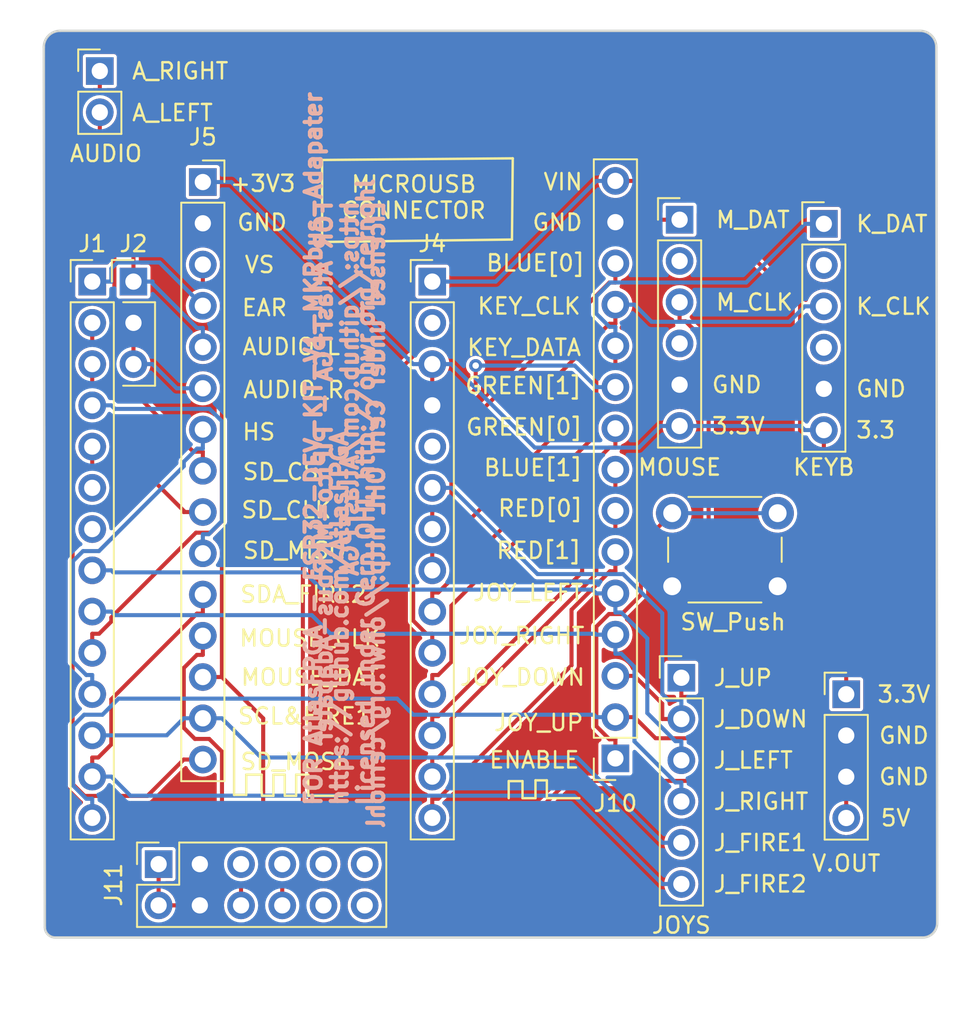
<source format=kicad_pcb>
(kicad_pcb (version 20211014) (generator pcbnew)
  (title_block (title "Atlas ESP32 DEV KIT V1 Adapter V0001") (date "2023-06-03") (rev "0001") (company "The Experiment Group") (comment 1 "LICENSE OHL CERN V2 S") (comment 2 "https://ohwr.org/cern_ohl_s_v2.txt"))
  (layers (0 "F.Cu" signal) (31 "B.Cu" signal) (34 "B.Paste" user) (35 "F.Paste" user) (36 "B.SilkS" user "B.Silkscreen") (37 "F.SilkS" user "F.Silkscreen") (38 "B.Mask" user) (39 "F.Mask" user) (44 "Edge.Cuts" user))
  (net 0 "")
  (net 1 "EAR")
  (net 2 "R12_SD_CS")
  (net 3 "T13_SD_CLK")
  (net 4 "R13_SD_MISO")
  (net 5 "T14_SD_MOSI")
  (net 6 "P14_SD_DATA1")
  (net 7 "R14_SD_DATA2")
  (net 8 "T15_JOY_LEFT")
  (net 9 "N16_JOY_RIGHT")
  (net 10 "TMDSC_P")
  (net 11 "TMDSC_N")
  (net 12 "K15_JOY_FIRE1")
  (net 13 "K16_JOY_FIRE2")
  (net 14 "J14_JOY_UP")
  (net 15 "T12_LEFT")
  (net 16 "GND")
  (net 17 "R11_RIGHT")
  (net 18 "+5V")
  (net 19 "VIN")
  (net 20 "+3.3V")
  (net 21 "RESET")
  (net 22 "R1_JOY_DOWN")
  (net 23 "TMDS_0_N")
  (net 24 "L2_KCLK")
  (net 25 "K2_KDAT")
  (net 26 "TMDS_1_P")
  (net 27 "TMDS_1_N")
  (net 28 "TMDS_0_P")
  (net 29 "TMDS_2_N")
  (net 30 "TMDS_2_P")
  (net 31 "MOUSE_DAT")
  (net 33 "MOUSE_CLK")
  (net 37 "Net-(J10-Pad1)")
  (footprint "Connector_PinHeader_2.54mm:PinHeader_1x06_P2.54mm_Vertical" (layer "F.Cu") (at 179.07 87.884)
    (fp_text reference "J8")
    (fp_text value "Conn_01x06" hide)
  )
  (footprint "Connector_PinHeader_2.54mm:PinHeader_1x14_P2.54mm_Vertical" (layer "F.Cu") (at 133.985 91.44)
    (fp_text reference "J1")
    (fp_text value "Conn_01x14" hide)
  )
  (footprint "Connector_PinHeader_2.54mm:PinHeader_1x14_P2.54mm_Vertical" (layer "F.Cu") (at 154.94 91.44)
    (fp_text reference "J4")
    (fp_text value "Conn_01x14")
  )
  (footprint "Connector_PinHeader_2.54mm:PinHeader_1x06_P2.54mm_Vertical" (layer "F.Cu") (at 170.29 115.834)
    (fp_text reference "J9")
    (fp_text value "Conn_01x06" hide)
  )
  (footprint "Connector_PinSocket_2.54mm:PinSocket_1x15_P2.54mm_Vertical" (layer "F.Cu") (at 166.225 120.8 180)
    (fp_text reference "J10")
    (fp_text value "ESP32-a")
  )
  (footprint "Connector_PinHeader_2.54mm:PinHeader_1x03_P2.54mm_Vertical" (layer "F.Cu") (at 136.525 91.44)
    (fp_text reference "J2")
    (fp_text value "Conn_01x03" hide)
  )
  (footprint "Connector_PinSocket_2.54mm:PinSocket_1x15_P2.54mm_Vertical" (layer "F.Cu") (at 140.8 85.31)
    (fp_text reference "J5")
    (fp_text value "ESP32-b")
  )
  (footprint "Button_Switch_THT:SW_PUSH_6mm" (layer "F.Cu") (at 169.724 105.7)
    (fp_text reference "SW1")
    (fp_text value "SW_Push")
  )
  (footprint "Connector_PinHeader_2.54mm:PinHeader_1x02_P2.54mm_Vertical" (layer "F.Cu") (at 134.45 78.475)
    (fp_text reference "J3")
    (fp_text value "Conn_01x02" hide)
  )
  (footprint "Connector_PinHeader_2.54mm:PinHeader_1x04_P2.54mm_Vertical" (layer "F.Cu") (at 180.45 116.85)
    (fp_text reference "J7")
    (fp_text value "Conn_01x04" hide)
  )
  (footprint "Connector_PinSocket_2.54mm:PinSocket_2x06_P2.54mm_Vertical" (layer "F.Cu") (at 138.075 127.31 90)
    (fp_text reference "J11")
    (fp_text value "Conn_02x06_Odd_Even")
  )
  (footprint "Connector_PinHeader_2.54mm:PinHeader_1x06_P2.54mm_Vertical" (layer "F.Cu") (at 170.18 87.63)
    (fp_text reference "J6")
    (fp_text value "Conn_01x06" hide)
  )
  (gr_line (start 143.475 121.8) (end 144.425 121.8) (layer "F.SilkS") (width 0.15))
  (gr_line (start 162 122.15) (end 162 123.25) (layer "F.SilkS") (width 0.15))
  (gr_line (start 160.5 122.2) (end 160.5 123.25) (layer "F.SilkS") (width 0.15))
  (gr_line (start 161.3 123.25) (end 161.3 122.15) (layer "F.SilkS") (width 0.15))
  (gr_line (start 145.85 121.8) (end 145.85 123.1) (layer "F.SilkS") (width 0.15))
  (gr_line (start 147.3 123.1) (end 149.4 123.1) (layer "F.SilkS") (width 0.15))
  (gr_line (start 161.3 122.15) (end 162 122.15) (layer "F.SilkS") (width 0.15))
  (gr_line (start 160.5 123.25) (end 161.3 123.25) (layer "F.SilkS") (width 0.15))
  (gr_line (start 146.55 121.8) (end 147.3 121.8) (layer "F.SilkS") (width 0.15))
  (gr_line (start 142.725 118.95) (end 142.725 123.05) (layer "F.SilkS") (width 0.15))
  (gr_line (start 145.85 123.1) (end 146.55 123.1) (layer "F.SilkS") (width 0.15))
  (gr_line (start 146.55 123.1) (end 146.55 121.8) (layer "F.SilkS") (width 0.15))
  (gr_line (start 144.425 121.8) (end 144.425 122.85) (layer "F.SilkS") (width 0.15))
  (gr_line (start 144.425 122.85) (end 144.45 123.1) (layer "F.SilkS") (width 0.15))
  (gr_line (start 142.725 123.05) (end 143.475 123.05) (layer "F.SilkS") (width 0.15))
  (gr_line (start 147.3 121.8) (end 147.3 123.1) (layer "F.SilkS") (width 0.15))
  (gr_line (start 144.45 123.1) (end 145.15 123.1) (layer "F.SilkS") (width 0.15))
  (gr_line (start 145.15 123.1) (end 145.15 121.8) (layer "F.SilkS") (width 0.15))
  (gr_line (start 159.9 83.85) (end 148.15 83.95) (layer "F.SilkS") (width 0.15))
  (gr_line (start 145.15 121.8) (end 145.85 121.8) (layer "F.SilkS") (width 0.15))
  (gr_line (start 159.65 122.2) (end 160.5 122.2) (layer "F.SilkS") (width 0.15))
  (gr_line (start 143.475 123.05) (end 143.475 121.8) (layer "F.SilkS") (width 0.15))
  (gr_line (start 159.65 123.25) (end 159.65 122.2) (layer "F.SilkS") (width 0.15))
  (gr_line (start 148.15 89) (end 159.85 88.85) (layer "F.SilkS") (width 0.15))
  (gr_line (start 162 123.25) (end 164 123.25) (layer "F.SilkS") (width 0.15))
  (gr_line (start 159.85 88.85) (end 159.9 83.85) (layer "F.SilkS") (width 0.15))
  (gr_line (start 148.15 83.95) (end 148.15 89) (layer "F.SilkS") (width 0.15))
  (gr_line (start 185.1025 131.826) (end 131.699 131.826) (layer "Edge.Cuts") (width 0.15))
  (gr_line (start 132 76) (end 185 76) (layer "Edge.Cuts") (width 0.15))
  (gr_arc (start 185 76) (mid 185.707106 76.292894) (end 186 77) (layer "Edge.Cuts") (width 0.15))
  (gr_arc (start 186.055 130.937) (mid 185.771909 131.588456) (end 185.1025 131.826) (layer "Edge.Cuts") (width 0.15))
  (gr_arc (start 131.699 131.826) (mid 131.249987 131.640013) (end 131.064 131.191) (layer "Edge.Cuts") (width 0.15))
  (gr_arc (start 131 77) (mid 131.292894 76.292894) (end 132 76) (layer "Edge.Cuts") (width 0.15))
  (gr_line (start 131 77) (end 131.064 131.191) (layer "Edge.Cuts") (width 0.15))
  (gr_line (start 186 77) (end 186.055 130.937) (layer "Edge.Cuts") (width 0.15))
  (gr_text "FOR AtlasFPGA - PiPico-MKRbus-Adapater\nhttps://github.com/AtlasFPGA\nLicensed under Cern OHL http://ohwr.org/cernohl" (at 149.86 86.36 90) (layer "B.SilkS") (effects (font (size 1 1) (thickness 0.25)) (justify left mirror)))
  (gr_text "FOR AtlasFPGA - ESP32-DEV-KIT-V1-MKRbus-Adapater\nhttps://github.com/AtlasFPGA\nLicensed under Cern OHL http://ohwr.org/cernohl" (at 149.225 123.825 90) (layer "B.SilkS") (effects (font (size 1 1) (thickness 0.25)) (justify left)))
  (gr_text "AUDIO_R" (at 146.4 98.1) (layer "F.SilkS") (effects (font (size 1 1))))
  (gr_text "MOUSE_CLK\n" (at 147.4 113.4) (layer "F.SilkS") (effects (font (size 1 1))))
  (gr_text "EAR\n" (at 144.6 93.05) (layer "F.SilkS") (effects (font (size 1 1))))
  (gr_text "JOYS" (at 170.29 131.074) (layer "F.SilkS") (effects (font (size 1 1))))
  (gr_text "KEY_DATA\n" (at 160.6 95.5) (layer "F.SilkS") (effects (font (size 1 1))))
  (gr_text "RED[0]" (at 161.6 105.4) (layer "F.SilkS") (effects (font (size 1 1))))
  (gr_text "KEYB" (at 179.07 102.87) (layer "F.SilkS") (effects (font (size 1 1))))
  (gr_text "BLUE[1]" (at 161.15 102.9) (layer "F.SilkS") (effects (font (size 1 1))))
  (gr_text "SCL&FIRE1\n\n" (at 147.075 119) (layer "F.SilkS") (effects (font (size 1 1))))
  (gr_text "JOY_UP" (at 161.5 118.6) (layer "F.SilkS") (effects (font (size 1 1))))
  (gr_text "JOY_DOWN" (at 160.5 115.8) (layer "F.SilkS") (effects (font (size 1 1))))
  (gr_text "SD_MISO\n" (at 146.45 108) (layer "F.SilkS") (effects (font (size 1 1))))
  (gr_text "AUDIO_L\n" (at 146.25 95.45) (layer "F.SilkS") (effects (font (size 1 1))))
  (gr_text "AUDIO" (at 134.831 83.56) (layer "F.SilkS") (effects (font (size 1 1))))
  (gr_text "ENABLE" (at 161.225 120.9) (layer "F.SilkS") (effects (font (size 1 1))))
  (gr_text "SDA_FIRE2" (at 147 110.7) (layer "F.SilkS") (effects (font (size 1 1))))
  (gr_text "KEY_CLK\n" (at 160.9 92.95) (layer "F.SilkS") (effects (font (size 1 1))))
  (gr_text "V.OUT" (at 180.45 127.264) (layer "F.SilkS") (effects (font (size 1 1))))
  (gr_text "MICROUSB\nCONNECTOR\n" (at 153.8 86.25) (layer "F.SilkS") (effects (font (size 1 1))))
  (gr_text "+3V3" (at 144.5 85.4) (layer "F.SilkS") (effects (font (size 1 1))))
  (gr_text "SD_CS" (at 145.6 103.15) (layer "F.SilkS") (effects (font (size 1 1))))
  (gr_text "MOUSE_DAT" (at 147.4 115.8) (layer "F.SilkS") (effects (font (size 1 1))))
  (gr_text "GREEN[0]" (at 160.6 100.4) (layer "F.SilkS") (effects (font (size 1 1))))
  (gr_text "JOY_LEFT" (at 160.85 110.6) (layer "F.SilkS") (effects (font (size 1 1))))
  (gr_text "BLUE[0]" (at 161.3 90.3) (layer "F.SilkS") (effects (font (size 1 1))))
  (gr_text "JOY_RIGHT" (at 160.45 113.25) (layer "F.SilkS") (effects (font (size 1 1))))
  (gr_text "GND\n" (at 162.65 87.8) (layer "F.SilkS") (effects (font (size 1 1))))
  (gr_text "VS" (at 144.3 90.4) (layer "F.SilkS") (effects (font (size 1 1))))
  (gr_text "MOUSE" (at 170.18 102.87) (layer "F.SilkS") (effects (font (size 1 1))))
  (gr_text "RED[1]" (at 161.5 108) (layer "F.SilkS") (effects (font (size 1 1))))
  (gr_text "VIN" (at 163 85.3) (layer "F.SilkS") (effects (font (size 1 1))))
  (gr_text "GND\n" (at 144.45 87.8) (layer "F.SilkS") (effects (font (size 1 1))))
  (gr_text "SD_MOSI\n" (at 146.3 121) (layer "F.SilkS") (effects (font (size 1 1))))
  (gr_text "SD_CLK\n" (at 145.95 105.5) (layer "F.SilkS") (effects (font (size 1 1))))
  (gr_text "GREEN[1]" (at 160.55 97.85) (layer "F.SilkS") (effects (font (size 1 1))))
  (gr_text "HS\n" (at 144.25 100.7) (layer "F.SilkS") (effects (font (size 1 1))))
  (segment (start 135.1603 91.44) (end 135.1603 90.632) (width 0.25) (layer "B.Cu") (net 1))
  (segment (start 135.5277 90.2646) (end 138.1346 90.2646) (width 0.25) (layer "B.Cu") (net 1))
  (segment (start 138.1346 90.2646) (end 140.8 92.93) (width 0.25) (layer "B.Cu") (net 1))
  (segment (start 135.1603 90.632) (end 135.5277 90.2646) (width 0.25) (layer "B.Cu") (net 1))
  (segment (start 133.985 91.44) (end 135.1603 91.44) (width 0.25) (layer "B.Cu") (net 1))
  (segment (start 135.1603 95.9632) (end 135.1603 96.8627) (width 0.25) (layer "F.Cu") (net 2))
  (segment (start 133.985 93.98) (end 133.985 95.1553) (width 0.25) (layer "F.Cu") (net 2))
  (segment (start 134.3524 95.1553) (end 135.1603 95.9632) (width 0.25) (layer "F.Cu") (net 2))
  (segment (start 140.2123 101.9147) (end 140.8 101.9147) (width 0.25) (layer "F.Cu") (net 2))
  (segment (start 135.1603 96.8627) (end 140.2123 101.9147) (width 0.25) (layer "F.Cu") (net 2))
  (segment (start 140.8 103.09) (end 140.8 101.9147) (width 0.25) (layer "F.Cu") (net 2))
  (segment (start 133.985 95.1553) (end 134.3524 95.1553) (width 0.25) (layer "F.Cu") (net 2))
  (segment (start 132.7975 99.5362) (end 133.5913 100.33) (width 0.25) (layer "F.Cu") (net 3))
  (segment (start 133.985 97.6953) (end 133.6177 97.6953) (width 0.25) (layer "F.Cu") (net 3))
  (segment (start 133.985 96.52) (end 133.985 97.6953) (width 0.25) (layer "F.Cu") (net 3))
  (segment (start 140.8 105.63) (end 139.6247 105.63) (width 0.25) (layer "F.Cu") (net 3))
  (segment (start 134.3982 100.33) (end 139.6247 105.5565) (width 0.25) (layer "F.Cu") (net 3))
  (segment (start 133.5913 100.33) (end 134.3982 100.33) (width 0.25) (layer "F.Cu") (net 3))
  (segment (start 139.6247 105.5565) (end 139.6247 105.63) (width 0.25) (layer "F.Cu") (net 3))
  (segment (start 132.7975 98.5155) (end 132.7975 99.5362) (width 0.25) (layer "F.Cu") (net 3))
  (segment (start 133.6177 97.6953) (end 132.7975 98.5155) (width 0.25) (layer "F.Cu") (net 3))
  (segment (start 141.9753 106.1868) (end 141.1674 106.9947) (width 0.25) (layer "B.Cu") (net 4))
  (segment (start 133.985 99.06) (end 135.1603 99.06) (width 0.25) (layer "B.Cu") (net 4))
  (segment (start 140.8 108.17) (end 140.8 106.9947) (width 0.25) (layer "B.Cu") (net 4))
  (segment (start 135.3803 99.28) (end 141.2186 99.28) (width 0.25) (layer "B.Cu") (net 4))
  (segment (start 141.2186 99.28) (end 141.9753 100.0367) (width 0.25) (layer "B.Cu") (net 4))
  (segment (start 135.1603 99.06) (end 135.3803 99.28) (width 0.25) (layer "B.Cu") (net 4))
  (segment (start 141.9753 100.0367) (end 141.9753 106.1868) (width 0.25) (layer "B.Cu") (net 4))
  (segment (start 141.1674 106.9947) (end 140.8 106.9947) (width 0.25) (layer "B.Cu") (net 4))
  (segment (start 133.6177 102.7753) (end 132.7751 103.6179) (width 0.25) (layer "F.Cu") (net 5))
  (segment (start 132.7751 103.6179) (end 132.7751 122.3737) (width 0.25) (layer "F.Cu") (net 5))
  (segment (start 133.985 101.6) (end 133.985 102.7753) (width 0.25) (layer "F.Cu") (net 5))
  (segment (start 132.7751 122.3737) (end 133.5127 123.1113) (width 0.25) (layer "F.Cu") (net 5))
  (segment (start 133.985 102.7753) (end 133.6177 102.7753) (width 0.25) (layer "F.Cu") (net 5))
  (segment (start 137.3834 123.1113) (end 139.6247 120.87) (width 0.25) (layer "F.Cu") (net 5))
  (segment (start 133.5127 123.1113) (end 137.3834 123.1113) (width 0.25) (layer "F.Cu") (net 5))
  (segment (start 140.8 120.87) (end 139.6247 120.87) (width 0.25) (layer "F.Cu") (net 5))
  (segment (start 164.8148 110.4051) (end 148.1396 110.4051) (width 0.25) (layer "B.Cu") (net 8))
  (segment (start 170.29 119.7387) (end 169.9227 119.7387) (width 0.25) (layer "B.Cu") (net 8))
  (segment (start 169.9227 119.7387) (end 168.1917 118.0077) (width 0.25) (layer "B.Cu") (net 8))
  (segment (start 168.1917 118.0077) (end 168.1917 113.4147) (width 0.25) (layer "B.Cu") (net 8))
  (segment (start 168.1917 113.4147) (end 166.5923 111.8153) (width 0.25) (layer "B.Cu") (net 8))
  (segment (start 170.29 120.914) (end 170.29 119.7387) (width 0.25) (layer "B.Cu") (net 8))
  (segment (start 147.0799 109.3454) (end 135.2857 109.3454) (width 0.25) (layer "B.Cu") (net 8))
  (segment (start 166.225 110.64) (end 165.0497 110.64) (width 0.25) (layer "B.Cu") (net 8))
  (segment (start 166.225 110.64) (end 166.225 111.8153) (width 0.25) (layer "B.Cu") (net 8))
  (segment (start 148.1396 110.4051) (end 147.0799 109.3454) (width 0.25) (layer "B.Cu") (net 8))
  (segment (start 165.0497 110.64) (end 164.8148 110.4051) (width 0.25) (layer "B.Cu") (net 8))
  (segment (start 133.985 109.22) (end 135.1603 109.22) (width 0.25) (layer "B.Cu") (net 8))
  (segment (start 166.5923 111.8153) (end 166.225 111.8153) (width 0.25) (layer "B.Cu") (net 8))
  (segment (start 135.2857 109.3454) (end 135.1603 109.22) (width 0.25) (layer "B.Cu") (net 8))
  (segment (start 167.4003 115.1632) (end 166.5924 114.3553) (width 0.25) (layer "B.Cu") (net 9))
  (segment (start 165.0497 113.18) (end 164.9943 113.1246) (width 0.25) (layer "B.Cu") (net 9))
  (segment (start 147.5155 111.98) (end 135.3803 111.98) (width 0.25) (layer "B.Cu") (net 9))
  (segment (start 135.3803 111.98) (end 135.1603 111.76) (width 0.25) (layer "B.Cu") (net 9))
  (segment (start 148.6601 113.1246) (end 147.5155 111.98) (width 0.25) (layer "B.Cu") (net 9))
  (segment (start 169.9227 122.2787) (end 167.4003 119.7563) (width 0.25) (layer "B.Cu") (net 9))
  (segment (start 167.4003 119.7563) (end 167.4003 115.1632) (width 0.25) (layer "B.Cu") (net 9))
  (segment (start 164.9943 113.1246) (end 148.6601 113.1246) (width 0.25) (layer "B.Cu") (net 9))
  (segment (start 170.29 123.454) (end 170.29 122.2787) (width 0.25) (layer "B.Cu") (net 9))
  (segment (start 166.225 113.18) (end 166.225 114.3553) (width 0.25) (layer "B.Cu") (net 9))
  (segment (start 170.29 122.2787) (end 169.9227 122.2787) (width 0.25) (layer "B.Cu") (net 9))
  (segment (start 133.985 111.76) (end 135.1603 111.76) (width 0.25) (layer "B.Cu") (net 9))
  (segment (start 166.5924 114.3553) (end 166.225 114.3553) (width 0.25) (layer "B.Cu") (net 9))
  (segment (start 166.225 113.18) (end 165.0497 113.18) (width 0.25) (layer "B.Cu") (net 9))
  (segment (start 134.4044 113.1247) (end 135.1603 112.3688) (width 0.25) (layer "F.Cu") (net 10))
  (segment (start 140.377 106.9) (end 141.2761 106.9) (width 0.25) (layer "F.Cu") (net 10))
  (segment (start 140.8 90.39) (end 140.8 91.5653) (width 0.25) (layer "F.Cu") (net 10))
  (segment (start 135.1603 112.1167) (end 140.377 106.9) (width 0.25) (layer "F.Cu") (net 10))
  (segment (start 141.1674 91.5653) (end 140.8 91.5653) (width 0.25) (layer "F.Cu") (net 10))
  (segment (start 141.2761 106.9) (end 141.9753 106.2008) (width 0.25) (layer "F.Cu") (net 10))
  (segment (start 135.1603 112.3688) (end 135.1603 112.1167) (width 0.25) (layer "F.Cu") (net 10))
  (segment (start 141.9753 106.2008) (end 141.9753 92.3732) (width 0.25) (layer "F.Cu") (net 10))
  (segment (start 141.9753 92.3732) (end 141.1674 91.5653) (width 0.25) (layer "F.Cu") (net 10))
  (segment (start 133.985 114.3) (end 133.985 113.1247) (width 0.25) (layer "F.Cu") (net 10))
  (segment (start 133.985 113.1247) (end 134.4044 113.1247) (width 0.25) (layer "F.Cu") (net 10))
  (segment (start 132.7975 114.8445) (end 132.7975 108.6542) (width 0.25) (layer "B.Cu") (net 11))
  (segment (start 132.7975 108.6542) (end 133.4175 108.0342) (width 0.25) (layer "B.Cu") (net 11))
  (segment (start 134.3979 108.0342) (end 139.6247 102.8074) (width 0.25) (layer "B.Cu") (net 11))
  (segment (start 140.4362 101.7253) (end 140.8 101.7253) (width 0.25) (layer "B.Cu") (net 11))
  (segment (start 140.8 100.55) (end 140.8 101.7253) (width 0.25) (layer "B.Cu") (net 11))
  (segment (start 139.6247 102.8074) (end 139.6247 102.5368) (width 0.25) (layer "B.Cu") (net 11))
  (segment (start 133.6177 115.6647) (end 132.7975 114.8445) (width 0.25) (layer "B.Cu") (net 11))
  (segment (start 133.985 116.84) (end 133.985 115.6647) (width 0.25) (layer "B.Cu") (net 11))
  (segment (start 133.4175 108.0342) (end 134.3979 108.0342) (width 0.25) (layer "B.Cu") (net 11))
  (segment (start 133.985 115.6647) (end 133.6177 115.6647) (width 0.25) (layer "B.Cu") (net 11))
  (segment (start 139.6247 102.5368) (end 140.4362 101.7253) (width 0.25) (layer "B.Cu") (net 11))
  (segment (start 140.8 118.33) (end 141.9753 118.33) (width 0.25) (layer "B.Cu") (net 12))
  (segment (start 163.8653 120.7446) (end 144.3899 120.7446) (width 0.25) (layer "B.Cu") (net 12))
  (segment (start 138.5747 119.38) (end 139.6247 118.33) (width 0.25) (layer "B.Cu") (net 12))
  (segment (start 170.29 125.994) (end 169.1147 125.994) (width 0.25) (layer "B.Cu") (net 12))
  (segment (start 140.8 118.33) (end 139.6247 118.33) (width 0.25) (layer "B.Cu") (net 12))
  (segment (start 144.3899 120.7446) (end 141.9753 118.33) (width 0.25) (layer "B.Cu") (net 12))
  (segment (start 133.985 119.38) (end 138.5747 119.38) (width 0.25) (layer "B.Cu") (net 12))
  (segment (start 169.1147 125.994) (end 163.8653 120.7446) (width 0.25) (layer "B.Cu") (net 12))
  (segment (start 134.3524 120.7447) (end 135.1603 119.9368) (width 0.25) (layer "F.Cu") (net 13))
  (segment (start 135.1603 117.1577) (end 140.4327 111.8853) (width 0.25) (layer "F.Cu") (net 13))
  (segment (start 133.985 121.92) (end 133.985 120.7447) (width 0.25) (layer "F.Cu") (net 13))
  (segment (start 135.1603 119.9368) (end 135.1603 117.1577) (width 0.25) (layer "F.Cu") (net 13))
  (segment (start 140.8 110.71) (end 140.8 111.8853) (width 0.25) (layer "F.Cu") (net 13))
  (segment (start 133.985 120.7447) (end 134.3524 120.7447) (width 0.25) (layer "F.Cu") (net 13))
  (segment (start 140.4327 111.8853) (end 140.8 111.8853) (width 0.25) (layer "F.Cu") (net 13))
  (segment (start 135.1603 121.92) (end 136.3356 123.0953) (width 0.25) (layer "B.Cu") (net 13))
  (segment (start 163.676 123.0953) (end 169.1147 128.534) (width 0.25) (layer "B.Cu") (net 13))
  (segment (start 133.985 121.92) (end 135.1603 121.92) (width 0.25) (layer "B.Cu") (net 13))
  (segment (start 170.29 128.534) (end 169.1147 128.534) (width 0.25) (layer "B.Cu") (net 13))
  (segment (start 136.3356 123.0953) (end 163.676 123.0953) (width 0.25) (layer "B.Cu") (net 13))
  (segment (start 171.495 118.8465) (end 170.7818 119.5597) (width 0.25) (layer "F.Cu") (net 14))
  (segment (start 170.7818 119.5597) (end 168.7 119.5597) (width 0.25) (layer "F.Cu") (net 14))
  (segment (start 170.29 117.0093) (end 170.6573 117.0093) (width 0.25) (layer "F.Cu") (net 14))
  (segment (start 166.225 118.26) (end 167.4003 118.26) (width 0.25) (layer "F.Cu") (net 14))
  (segment (start 170.6573 117.0093) (end 171.495 117.847) (width 0.25) (layer "F.Cu") (net 14))
  (segment (start 171.495 117.847) (end 171.495 118.8465) (width 0.25) (layer "F.Cu") (net 14))
  (segment (start 168.7 119.5597) (end 167.4003 118.26) (width 0.25) (layer "F.Cu") (net 14))
  (segment (start 170.29 115.834) (end 170.29 117.0093) (width 0.25) (layer "F.Cu") (net 14))
  (segment (start 133.4866 118.11) (end 132.8097 118.7869) (width 0.25) (layer "B.Cu") (net 14))
  (segment (start 133.985 124.46) (end 133.985 123.2847) (width 0.25) (layer "B.Cu") (net 14))
  (segment (start 132.8097 118.7869) (end 132.8097 122.4768) (width 0.25) (layer "B.Cu") (net 14))
  (segment (start 153.7646 118.11) (end 152.7743 117.1197) (width 0.25) (layer "B.Cu") (net 14))
  (segment (start 164.8997 118.11) (end 153.7646 118.11) (width 0.25) (layer "B.Cu") (net 14))
  (segment (start 133.6176 123.2847) (end 133.985 123.2847) (width 0.25) (layer "B.Cu") (net 14))
  (segment (start 152.7743 117.1197) (end 135.6055 117.1197) (width 0.25) (layer "B.Cu") (net 14))
  (segment (start 134.6152 118.11) (end 133.4866 118.11) (width 0.25) (layer "B.Cu") (net 14))
  (segment (start 166.225 118.26) (end 165.0497 118.26) (width 0.25) (layer "B.Cu") (net 14))
  (segment (start 165.0497 118.26) (end 164.8997 118.11) (width 0.25) (layer "B.Cu") (net 14))
  (segment (start 132.8097 122.4768) (end 133.6176 123.2847) (width 0.25) (layer "B.Cu") (net 14))
  (segment (start 135.6055 117.1197) (end 134.6152 118.11) (width 0.25) (layer "B.Cu") (net 14))
  (segment (start 134.45 82.1903) (end 136.525 84.2653) (width 0.25) (layer "F.Cu") (net 15))
  (segment (start 136.525 84.2653) (end 136.525 91.44) (width 0.25) (layer "F.Cu") (net 15))
  (segment (start 134.45 81.015) (end 134.45 82.1903) (width 0.25) (layer "F.Cu") (net 15))
  (segment (start 137.7003 91.5563) (end 140.4387 94.2947) (width 0.25) (layer "B.Cu") (net 15))
  (segment (start 137.7003 91.44) (end 137.7003 91.5563) (width 0.25) (layer "B.Cu") (net 15))
  (segment (start 140.8 95.47) (end 140.8 94.2947) (width 0.25) (layer "B.Cu") (net 15))
  (segment (start 140.4387 94.2947) (end 140.8 94.2947) (width 0.25) (layer "B.Cu") (net 15))
  (segment (start 136.525 91.44) (end 137.7003 91.44) (width 0.25) (layer "B.Cu") (net 15))
  (segment (start 166.225 87.78) (end 140.87 87.78) (width 0.5) (layer "F.Cu") (net 16))
  (segment (start 136.525 93.98) (end 138.35 92.155) (width 0.5) (layer "F.Cu") (net 16))
  (segment (start 140.87 87.78) (end 140.8 87.85) (width 0.25) (layer "F.Cu") (net 16))
  (segment (start 138.35 90.3) (end 140.8 87.85) (width 0.5) (layer "F.Cu") (net 16))
  (segment (start 138.35 92.155) (end 138.35 90.3) (width 0.5) (layer "F.Cu") (net 16))
  (segment (start 176.224 110.2) (end 180.8 110.2) (width 0.5) (layer "B.Cu") (net 16))
  (segment (start 180.45 121.93) (end 180.45 119.39) (width 0.5) (layer "B.Cu") (net 16))
  (segment (start 178.914 119.39) (end 169.724 110.2) (width 0.5) (layer "B.Cu") (net 16))
  (segment (start 180.8 110.2) (end 183.4 107.6) (width 0.5) (layer "B.Cu") (net 16))
  (segment (start 170.255 83.75) (end 182.35 83.75) (width 0.5) (layer "B.Cu") (net 16))
  (segment (start 180.45 119.39) (end 178.914 119.39) (width 0.5) (layer "B.Cu") (net 16))
  (segment (start 183.4 102.374) (end 179.07 98.044) (width 0.5) (layer "B.Cu") (net 16))
  (segment (start 182.35 83.75) (end 182.35 94.764) (width 0.5) (layer "B.Cu") (net 16))
  (segment (start 170.434 98.044) (end 170.18 97.79) (width 0.25) (layer "B.Cu") (net 16))
  (segment (start 140.885 125.635) (end 152.485 125.635) (width 0.5) (layer "B.Cu") (net 16))
  (segment (start 140.615 129.85) (end 140.615 127.31) (width 0.5) (layer "B.Cu") (net 16))
  (segment (start 173.65 131.2) (end 178.3 126.55) (width 0.5) (layer "B.Cu") (net 16))
  (segment (start 140.615 127.31) (end 140.615 125.905) (width 0.5) (layer "B.Cu") (net 16))
  (segment (start 183.4 107.6) (end 183.4 102.374) (width 0.5) (layer "B.Cu") (net 16))
  (segment (start 166.225 87.78) (end 170.255 83.75) (width 0.5) (layer "B.Cu") (net 16))
  (segment (start 182.35 94.764) (end 179.07 98.044) (width 0.5) (layer "B.Cu") (net 16))
  (segment (start 140.615 125.905) (end 140.885 125.635) (width 0.5) (layer "B.Cu") (net 16))
  (segment (start 176.224 110.2) (end 169.724 110.2) (width 0.5) (layer "B.Cu") (net 16))
  (segment (start 158.05 131.2) (end 173.65 131.2) (width 0.5) (layer "B.Cu") (net 16))
  (segment (start 152.485 125.635) (end 158.05 131.2) (width 0.5) (layer "B.Cu") (net 16))
  (segment (start 178.3 124.08) (end 180.45 121.93) (width 0.5) (layer "B.Cu") (net 16))
  (segment (start 179.07 98.044) (end 170.434 98.044) (width 0.25) (layer "B.Cu") (net 16))
  (segment (start 178.3 126.55) (end 178.3 124.08) (width 0.5) (layer "B.Cu") (net 16))
  (segment (start 134.45 79.6503) (end 134.0827 79.6503) (width 0.25) (layer "F.Cu") (net 17))
  (segment (start 134.45 78.475) (end 134.45 79.6503) (width 0.25) (layer "F.Cu") (net 17))
  (segment (start 134.0827 79.6503) (end 133.2698 80.4632) (width 0.25) (layer "F.Cu") (net 17))
  (segment (start 135.3497 94.5368) (end 136.1576 95.3447) (width 0.25) (layer "F.Cu") (net 17))
  (segment (start 136.1576 95.3447) (end 136.525 95.3447) (width 0.25) (layer "F.Cu") (net 17))
  (segment (start 136.525 96.52) (end 136.525 95.3447) (width 0.25) (layer "F.Cu") (net 17))
  (segment (start 133.2698 86.3326) (end 135.3497 88.4125) (width 0.25) (layer "F.Cu") (net 17))
  (segment (start 133.2698 80.4632) (end 133.2698 86.3326) (width 0.25) (layer "F.Cu") (net 17))
  (segment (start 135.3497 88.4125) (end 135.3497 94.5368) (width 0.25) (layer "F.Cu") (net 17))
  (segment (start 139.1903 98.01) (end 140.8 98.01) (width 0.25) (layer "B.Cu") (net 17))
  (segment (start 137.7003 96.52) (end 139.1903 98.01) (width 0.25) (layer "B.Cu") (net 17))
  (segment (start 136.525 96.52) (end 137.7003 96.52) (width 0.25) (layer "B.Cu") (net 17))
  (segment (start 169.9882 85.24) (end 166.225 85.24) (width 0.25) (layer "F.Cu") (net 18))
  (segment (start 180.45 123.2947) (end 180.0827 123.2947) (width 0.25) (layer "F.Cu") (net 18))
  (segment (start 180.0827 123.2947) (end 177.6037 120.8157) (width 0.25) (layer "F.Cu") (net 18))
  (segment (start 177.6037 120.8157) (end 177.6037 92.8555) (width 0.25) (layer "F.Cu") (net 18))
  (segment (start 180.45 124.47) (end 180.45 123.2947) (width 0.25) (layer "F.Cu") (net 18))
  (segment (start 177.6037 92.8555) (end 169.9882 85.24) (width 0.25) (layer "F.Cu") (net 18))
  (segment (start 158.8497 91.44) (end 165.0497 85.24) (width 0.25) (layer "B.Cu") (net 18))
  (segment (start 166.225 85.24) (end 165.0497 85.24) (width 0.25) (layer "B.Cu") (net 18))
  (segment (start 154.94 91.44) (end 158.8497 91.44) (width 0.25) (layer "B.Cu") (net 18))
  (segment (start 154.94 96.52) (end 154.94 97.6953) (width 0.25) (layer "F.Cu") (net 20))
  (segment (start 180.45 116.85) (end 180.45 115.6747) (width 0.25) (layer "F.Cu") (net 20))
  (segment (start 146.1966 131.0253) (end 140.0582 131.0253) (width 0.25) (layer "F.Cu") (net 20))
  (segment (start 138.075 129.85) (end 139.2503 129.85) (width 0.25) (layer "F.Cu") (net 20))
  (segment (start 154.94 97.6953) (end 154.5727 97.6953) (width 0.25) (layer "F.Cu") (net 20))
  (segment (start 179.07 114.2947) (end 179.07 100.584) (width 0.25) (layer "F.Cu") (net 20))
  (segment (start 146.965 130.2569) (end 146.1966 131.0253) (width 0.25) (layer "F.Cu") (net 20))
  (segment (start 140.0582 131.0253) (end 139.2503 130.2174) (width 0.25) (layer "F.Cu") (net 20))
  (segment (start 154.5727 97.6953) (end 146.965 105.303) (width 0.25) (layer "F.Cu") (net 20))
  (segment (start 180.45 115.6747) (end 179.07 114.2947) (width 0.25) (layer "F.Cu") (net 20))
  (segment (start 146.965 105.303) (end 146.965 130.2569) (width 0.25) (layer "F.Cu") (net 20))
  (segment (start 139.2503 130.2174) (end 139.2503 129.85) (width 0.25) (layer "F.Cu") (net 20))
  (segment (start 138.075 129.85) (end 138.075 127.31) (width 0.25) (layer "F.Cu") (net 20))
  (segment (start 179.07 100.584) (end 177.8947 100.584) (width 0.25) (layer "B.Cu") (net 20))
  (segment (start 177.8947 100.584) (end 177.6407 100.33) (width 0.25) (layer "B.Cu") (net 20))
  (segment (start 154.94 96.52) (end 153.7647 96.52) (width 0.25) (layer "B.Cu") (net 20))
  (segment (start 161.2565 101.6612) (end 156.1153 96.52) (width 0.25) (layer "B.Cu") (net 20))
  (segment (start 169.0047 100.33) (end 167.6735 101.6612) (width 0.25) (layer "B.Cu") (net 20))
  (segment (start 154.94 96.52) (end 156.1153 96.52) (width 0.25) (layer "B.Cu") (net 20))
  (segment (start 167.6735 101.6612) (end 161.2565 101.6612) (width 0.25) (layer "B.Cu") (net 20))
  (segment (start 153.7647 96.52) (end 142.5547 85.31) (width 0.25) (layer "B.Cu") (net 20))
  (segment (start 170.18 100.33) (end 169.0047 100.33) (width 0.25) (layer "B.Cu") (net 20))
  (segment (start 177.6407 100.33) (end 170.18 100.33) (width 0.25) (layer "B.Cu") (net 20))
  (segment (start 142.5547 85.31) (end 140.8 85.31) (width 0.25) (layer "B.Cu") (net 20))
  (segment (start 169.1147 117.4344) (end 167.4003 115.72) (width 0.25) (layer "F.Cu") (net 22))
  (segment (start 166.225 115.72) (end 167.4003 115.72) (width 0.25) (layer "F.Cu") (net 22))
  (segment (start 169.1147 118.374) (end 169.1147 117.4344) (width 0.25) (layer "F.Cu") (net 22))
  (segment (start 170.29 118.374) (end 169.1147 118.374) (width 0.25) (layer "F.Cu") (net 22))
  (segment (start 166.6988 109.4515) (end 169.1147 111.8674) (width 0.25) (layer "B.Cu") (net 22))
  (segment (start 169.1147 116.8315) (end 169.4819 117.1987) (width 0.25) (layer "B.Cu") (net 22))
  (segment (start 169.4819 117.1987) (end 170.29 117.1987) (width 0.25) (layer "B.Cu") (net 22))
  (segment (start 154.94 104.14) (end 156.1153 104.14) (width 0.25) (layer "B.Cu") (net 22))
  (segment (start 161.4268 109.4515) (end 166.6988 109.4515) (width 0.25) (layer "B.Cu") (net 22))
  (segment (start 169.1147 111.8674) (end 169.1147 116.8315) (width 0.25) (layer "B.Cu") (net 22))
  (segment (start 170.29 118.374) (end 170.29 117.1987) (width 0.25) (layer "B.Cu") (net 22))
  (segment (start 156.1153 104.14) (end 161.4268 109.4515) (width 0.25) (layer "B.Cu") (net 22))
  (segment (start 154.94 105.5047) (end 155.3074 105.5047) (width 0.25) (layer "F.Cu") (net 23))
  (segment (start 156.1153 101.2377) (end 165.8577 91.4953) (width 0.25) (layer "F.Cu") (net 23))
  (segment (start 166.225 90.32) (end 166.225 91.4953) (width 0.25) (layer "F.Cu") (net 23))
  (segment (start 155.3074 105.5047) (end 156.1153 104.6968) (width 0.25) (layer "F.Cu") (net 23))
  (segment (start 156.1153 104.6968) (end 156.1153 101.2377) (width 0.25) (layer "F.Cu") (net 23))
  (segment (start 165.8577 91.4953) (end 166.225 91.4953) (width 0.25) (layer "F.Cu") (net 23))
  (segment (start 154.94 106.68) (end 154.94 105.5047) (width 0.25) (layer "F.Cu") (net 23))
  (segment (start 166.225 92.86) (end 166.225 94.0353) (width 0.25) (layer "F.Cu") (net 24))
  (segment (start 154.94 108.0447) (end 155.3073 108.0447) (width 0.25) (layer "F.Cu") (net 24))
  (segment (start 162.7697 100.5823) (end 162.7697 97.1233) (width 0.25) (layer "F.Cu") (net 24))
  (segment (start 165.8577 94.0353) (end 166.225 94.0353) (width 0.25) (layer "F.Cu") (net 24))
  (segment (start 155.3073 108.0447) (end 162.7697 100.5823) (width 0.25) (layer "F.Cu") (net 24))
  (segment (start 162.7697 97.1233) (end 165.8577 94.0353) (width 0.25) (layer "F.Cu") (net 24))
  (segment (start 154.94 109.22) (end 154.94 108.0447) (width 0.25) (layer "F.Cu") (net 24))
  (segment (start 179.07 92.964) (end 177.8947 92.964) (width 0.25) (layer "B.Cu") (net 24))
  (segment (start 168.4567 93.9164) (end 167.4003 92.86) (width 0.25) (layer "B.Cu") (net 24))
  (segment (start 166.225 92.86) (end 167.4003 92.86) (width 0.25) (layer "B.Cu") (net 24))
  (segment (start 176.9423 93.9164) (end 168.4567 93.9164) (width 0.25) (layer "B.Cu") (net 24))
  (segment (start 177.8947 92.964) (end 176.9423 93.9164) (width 0.25) (layer "B.Cu") (net 24))
  (segment (start 166.225 95.4) (end 166.225 96.5753) (width 0.25) (layer "F.Cu") (net 25))
  (segment (start 165.8576 96.5753) (end 166.225 96.5753) (width 0.25) (layer "F.Cu") (net 25))
  (segment (start 165.0497 97.3832) (end 165.8576 96.5753) (width 0.25) (layer "F.Cu") (net 25))
  (segment (start 154.94 110.5847) (end 155.3073 110.5847) (width 0.25) (layer "F.Cu") (net 25))
  (segment (start 155.3073 110.5847) (end 165.0497 100.8423) (width 0.25) (layer "F.Cu") (net 25))
  (segment (start 154.94 111.76) (end 154.94 110.5847) (width 0.25) (layer "F.Cu") (net 25))
  (segment (start 165.0497 100.8423) (end 165.0497 97.3832) (width 0.25) (layer "F.Cu") (net 25))
  (segment (start 174.2833 91.4954) (end 165.8989 91.4954) (width 0.25) (layer "B.Cu") (net 25))
  (segment (start 165.0497 93.4168) (end 165.8576 94.2247) (width 0.25) (layer "B.Cu") (net 25))
  (segment (start 177.8947 87.884) (end 174.2833 91.4954) (width 0.25) (layer "B.Cu") (net 25))
  (segment (start 166.225 95.4) (end 166.225 94.2247) (width 0.25) (layer "B.Cu") (net 25))
  (segment (start 165.8576 94.2247) (end 166.225 94.2247) (width 0.25) (layer "B.Cu") (net 25))
  (segment (start 179.07 87.884) (end 177.8947 87.884) (width 0.25) (layer "B.Cu") (net 25))
  (segment (start 165.8989 91.4954) (end 165.0497 92.3446) (width 0.25) (layer "B.Cu") (net 25))
  (segment (start 165.0497 92.3446) (end 165.0497 93.4168) (width 0.25) (layer "B.Cu") (net 25))
  (segment (start 153.763 112.315) (end 153.763 101.1015) (width 0.25) (layer "F.Cu") (net 26))
  (segment (start 154.5345 100.33) (end 155.3323 100.33) (width 0.25) (layer "F.Cu") (net 26))
  (segment (start 155.3323 100.33) (end 157.6142 98.0481) (width 0.25) (layer "F.Cu") (net 26))
  (segment (start 153.763 101.1015) (end 154.5345 100.33) (width 0.25) (layer "F.Cu") (net 26))
  (segment (start 154.94 113.1247) (end 154.5727 113.1247) (width 0.25) (layer "F.Cu") (net 26))
  (segment (start 154.94 114.3) (end 154.94 113.1247) (width 0.25) (layer "F.Cu") (net 26))
  (segment (start 154.5727 113.1247) (end 153.763 112.315) (width 0.25) (layer "F.Cu") (net 26))
  (segment (start 157.6142 98.0481) (end 157.6142 96.6123) (width 0.25) (layer "F.Cu") (net 26))
  (via (at 157.6142 96.6123) (size 0.8) (drill 0.4) (layers "F.Cu" "B.Cu") (net 26))
  (segment (start 157.6142 96.6123) (end 163.722 96.6123) (width 0.25) (layer "B.Cu") (net 26))
  (segment (start 166.225 97.94) (end 165.0497 97.94) (width 0.25) (layer "B.Cu") (net 26))
  (segment (start 163.722 96.6123) (end 165.0497 97.94) (width 0.25) (layer "B.Cu") (net 26))
  (segment (start 155.3074 115.6647) (end 156.1153 114.8568) (width 0.25) (layer "F.Cu") (net 27))
  (segment (start 154.94 115.6647) (end 155.3074 115.6647) (width 0.25) (layer "F.Cu") (net 27))
  (segment (start 154.94 116.84) (end 154.94 115.6647) (width 0.25) (layer "F.Cu") (net 27))
  (segment (start 156.1153 114.8568) (end 156.1153 111.3977) (width 0.25) (layer "F.Cu") (net 27))
  (segment (start 166.225 100.48) (end 166.225 101.6553) (width 0.25) (layer "F.Cu") (net 27))
  (segment (start 156.1153 111.3977) (end 165.8577 101.6553) (width 0.25) (layer "F.Cu") (net 27))
  (segment (start 165.8577 101.6553) (end 166.225 101.6553) (width 0.25) (layer "F.Cu") (net 27))
  (segment (start 166.225 103.02) (end 166.225 104.1953) (width 0.25) (layer "F.Cu") (net 28))
  (segment (start 164.1753 105.8776) (end 164.1753 109.3367) (width 0.25) (layer "F.Cu") (net 28))
  (segment (start 155.3073 118.2047) (end 154.94 118.2047) (width 0.25) (layer "F.Cu") (net 28))
  (segment (start 164.1753 109.3367) (end 155.3073 118.2047) (width 0.25) (layer "F.Cu") (net 28))
  (segment (start 154.94 119.38) (end 154.94 118.2047) (width 0.25) (layer "F.Cu") (net 28))
  (segment (start 165.8576 104.1953) (end 164.1753 105.8776) (width 0.25) (layer "F.Cu") (net 28))
  (segment (start 166.225 104.1953) (end 165.8576 104.1953) (width 0.25) (layer "F.Cu") (net 28))
  (segment (start 156.1153 119.9368) (end 156.1153 118.3807) (width 0.25) (layer "F.Cu") (net 29))
  (segment (start 156.1153 118.3807) (end 165.0497 109.4463) (width 0.25) (layer "F.Cu") (net 29))
  (segment (start 166.225 105.56) (end 166.225 106.7353) (width 0.25) (layer "F.Cu") (net 29))
  (segment (start 155.3074 120.7447) (end 156.1153 119.9368) (width 0.25) (layer "F.Cu") (net 29))
  (segment (start 154.94 121.92) (end 154.94 120.7447) (width 0.25) (layer "F.Cu") (net 29))
  (segment (start 154.94 120.7447) (end 155.3074 120.7447) (width 0.25) (layer "F.Cu") (net 29))
  (segment (start 165.0497 109.4463) (end 165.0497 107.5432) (width 0.25) (layer "F.Cu") (net 29))
  (segment (start 165.8576 106.7353) (end 166.225 106.7353) (width 0.25) (layer "F.Cu") (net 29))
  (segment (start 165.0497 107.5432) (end 165.8576 106.7353) (width 0.25) (layer "F.Cu") (net 29))
  (segment (start 166.225 108.1) (end 166.225 109.2753) (width 0.25) (layer "F.Cu") (net 30))
  (segment (start 165.8925 109.2753) (end 166.225 109.2753) (width 0.25) (layer "F.Cu") (net 30))
  (segment (start 163.5203 111.6475) (end 165.8925 109.2753) (width 0.25) (layer "F.Cu") (net 30))
  (segment (start 155.3073 123.2847) (end 163.5203 115.0717) (width 0.25) (layer "F.Cu") (net 30))
  (segment (start 163.5203 115.0717) (end 163.5203 111.6475) (width 0.25) (layer "F.Cu") (net 30))
  (segment (start 154.94 124.46) (end 154.94 123.2847) (width 0.25) (layer "F.Cu") (net 30))
  (segment (start 154.94 123.2847) (end 155.3073 123.2847) (width 0.25) (layer "F.Cu") (net 30))
  (segment (start 141.9753 115.79) (end 144.5197 118.3344) (width 0.25) (layer "F.Cu") (net 31))
  (segment (start 145.695 129.85) (end 145.695 128.6747) (width 0.25) (layer "F.Cu") (net 31))
  (segment (start 169.0047 87.63) (end 167.5293 89.1054) (width 0.25) (layer "F.Cu") (net 31))
  (segment (start 154.5421 95.25) (end 141.9753 107.8168) (width 0.25) (layer "F.Cu") (net 31))
  (segment (start 163.189 89.1054) (end 157.0444 95.25) (width 0.25) (layer "F.Cu") (net 31))
  (segment (start 170.18 87.63) (end 169.0047 87.63) (width 0.25) (layer "F.Cu") (net 31))
  (segment (start 144.5197 118.3344) (end 144.5197 127.8668) (width 0.25) (layer "F.Cu") (net 31))
  (segment (start 145.3276 128.6747) (end 145.695 128.6747) (width 0.25) (layer "F.Cu") (net 31))
  (segment (start 144.5197 127.8668) (end 145.3276 128.6747) (width 0.25) (layer "F.Cu") (net 31))
  (segment (start 157.0444 95.25) (end 154.5421 95.25) (width 0.25) (layer "F.Cu") (net 31))
  (segment (start 140.8 115.79) (end 141.9753 115.79) (width 0.25) (layer "F.Cu") (net 31))
  (segment (start 141.9753 107.8168) (end 141.9753 115.79) (width 0.25) (layer "F.Cu") (net 31))
  (segment (start 167.5293 89.1054) (end 163.189 89.1054) (width 0.25) (layer "F.Cu") (net 31))
  (segment (start 171.969 120.9063) (end 170.6913 122.184) (width 0.25) (layer "F.Cu") (net 33))
  (segment (start 140.8 113.25) (end 140.8 114.4253) (width 0.25) (layer "F.Cu") (net 33))
  (segment (start 139.6247 118.9141) (end 139.6247 115.2332) (width 0.25) (layer "F.Cu") (net 33))
  (segment (start 170.18 93.8853) (end 170.5473 93.8853) (width 0.25) (layer "F.Cu") (net 33))
  (segment (start 141.1924 119.6) (end 140.3106 119.6) (width 0.25) (layer "F.Cu") (net 33))
  (segment (start 143.155 128.6747) (end 142.7876 128.6747) (width 0.25) (layer "F.Cu") (net 33))
  (segment (start 139.6247 115.2332) (end 140.4326 114.4253) (width 0.25) (layer "F.Cu") (net 33))
  (segment (start 153.9883 131.4906) (end 137.9817 131.4906) (width 0.25) (layer "F.Cu") (net 33))
  (segment (start 141.9797 127.8668) (end 141.9797 126.0869) (width 0.25) (layer "F.Cu") (net 33))
  (segment (start 140.3106 119.6) (end 139.6247 118.9141) (width 0.25) (layer "F.Cu") (net 33))
  (segment (start 136.8996 126.319) (end 137.1317 126.0869) (width 0.25) (layer "F.Cu") (net 33))
  (segment (start 171.969 95.307) (end 171.969 120.9063) (width 0.25) (layer "F.Cu") (net 33))
  (segment (start 163.2949 122.184) (end 153.9883 131.4906) (width 0.25) (layer "F.Cu") (net 33))
  (segment (start 170.18 92.71) (end 170.18 93.8853) (width 0.25) (layer "F.Cu") (net 33))
  (segment (start 140.4326 114.4253) (end 140.8 114.4253) (width 0.25) (layer "F.Cu") (net 33))
  (segment (start 170.5473 93.8853) (end 171.969 95.307) (width 0.25) (layer "F.Cu") (net 33))
  (segment (start 143.155 129.85) (end 143.155 128.6747) (width 0.25) (layer "F.Cu") (net 33))
  (segment (start 137.1317 126.0869) (end 141.9797 126.0869) (width 0.25) (layer "F.Cu") (net 33))
  (segment (start 136.8996 130.4085) (end 136.8996 126.319) (width 0.25) (layer "F.Cu") (net 33))
  (segment (start 141.9797 120.3873) (end 141.1924 119.6) (width 0.25) (layer "F.Cu") (net 33))
  (segment (start 141.9797 126.0869) (end 141.9797 120.3873) (width 0.25) (layer "F.Cu") (net 33))
  (segment (start 142.7876 128.6747) (end 141.9797 127.8668) (width 0.25) (layer "F.Cu") (net 33))
  (segment (start 137.9817 131.4906) (end 136.8996 130.4085) (width 0.25) (layer "F.Cu") (net 33))
  (segment (start 170.6913 122.184) (end 163.2949 122.184) (width 0.25) (layer "F.Cu") (net 33))
  (segment (start 165.8576 119.6247) (end 166.225 119.6247) (width 0.25) (layer "F.Cu") (net 37))
  (segment (start 169.724 105.7) (end 167.794 107.63) (width 0.25) (layer "F.Cu") (net 37))
  (segment (start 165.8259 111.91) (end 165.0497 112.6862) (width 0.25) (layer "F.Cu") (net 37))
  (segment (start 165.0497 112.6862) (end 165.0497 118.8168) (width 0.25) (layer "F.Cu") (net 37))
  (segment (start 167.794 107.63) (end 167.794 110.7335) (width 0.25) (layer "F.Cu") (net 37))
  (segment (start 166.6175 111.91) (end 165.8259 111.91) (width 0.25) (layer "F.Cu") (net 37))
  (segment (start 166.225 120.8) (end 166.225 119.6247) (width 0.25) (layer "F.Cu") (net 37))
  (segment (start 165.0497 118.8168) (end 165.8576 119.6247) (width 0.25) (layer "F.Cu") (net 37))
  (segment (start 167.794 110.7335) (end 166.6175 111.91) (width 0.25) (layer "F.Cu") (net 37))
  (segment (start 169.724 105.7) (end 176.224 105.7) (width 0.25) (layer "B.Cu") (net 37))
  (zone (net 16) (net_name "GND") (layers F&B.Cu) (name "GND") (connect_pads yes (clearance 0)) (min_thickness 0.254) (fill yes (thermal_gap 0.508) (thermal_bridge_width 0.508) (smoothing fillet) (radius 2))
    (polygon (pts (xy 188.45 134.05) (xy 128.3 134.35) (xy 128.4 74.15) (xy 128.35 74.1) (xy 188.4 74.1)))
  )
)
</source>
